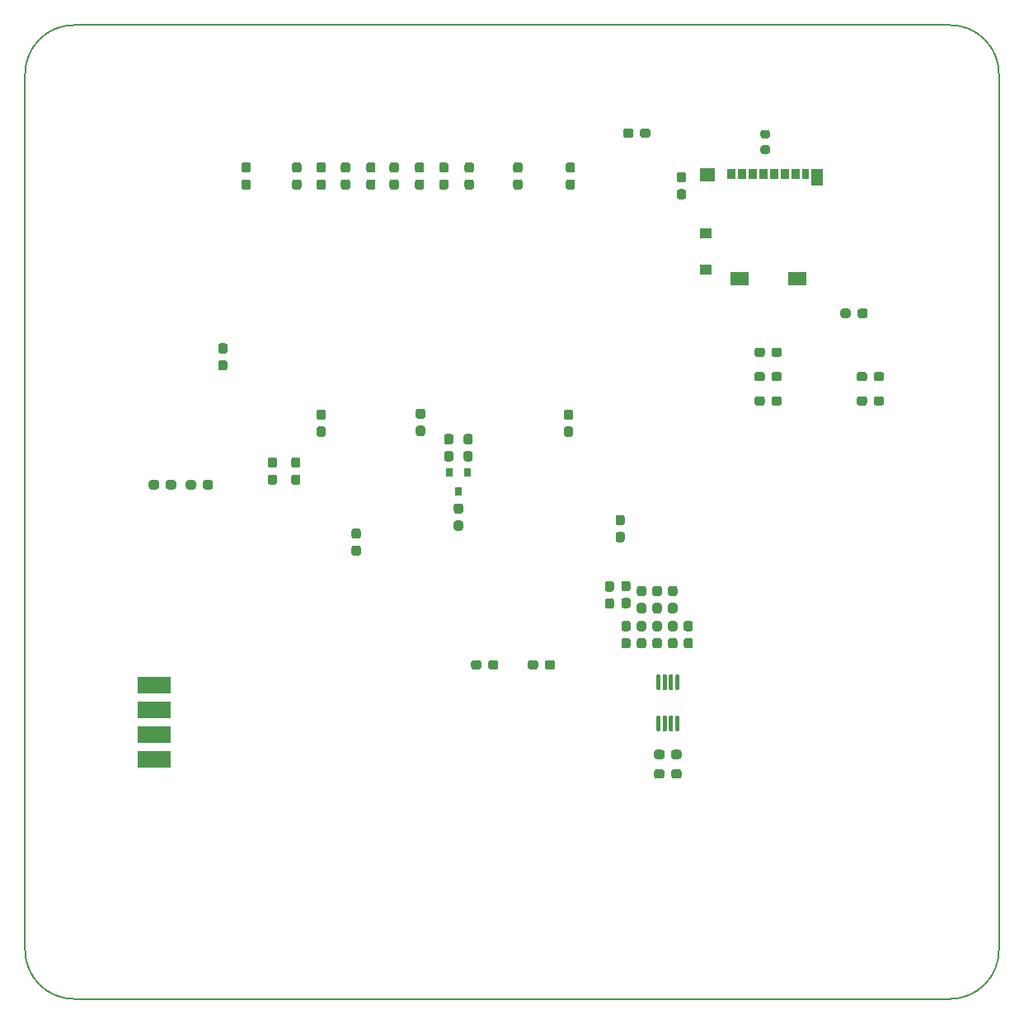
<source format=gbr>
%TF.GenerationSoftware,KiCad,Pcbnew,(5.1.6)-1*%
%TF.CreationDate,2021-03-02T23:33:04+01:00*%
%TF.ProjectId,03_La_Boite_A_Meuh,30335f4c-615f-4426-9f69-74655f415f4d,rev?*%
%TF.SameCoordinates,Original*%
%TF.FileFunction,Paste,Top*%
%TF.FilePolarity,Positive*%
%FSLAX46Y46*%
G04 Gerber Fmt 4.6, Leading zero omitted, Abs format (unit mm)*
G04 Created by KiCad (PCBNEW (5.1.6)-1) date 2021-03-02 23:33:04*
%MOMM*%
%LPD*%
G01*
G04 APERTURE LIST*
%TA.AperFunction,Profile*%
%ADD10C,0.150000*%
%TD*%
%ADD11R,0.800000X0.900000*%
%ADD12R,0.850000X1.100000*%
%ADD13R,0.750000X1.100000*%
%ADD14R,1.170000X1.800000*%
%ADD15R,1.550000X1.350000*%
%ADD16R,1.200000X1.000000*%
%ADD17R,1.900000X1.350000*%
%ADD18R,3.500000X1.700000*%
G04 APERTURE END LIST*
D10*
X180000000Y-55000000D02*
X195000000Y-55000000D01*
X157000000Y-55000000D02*
X180000000Y-55000000D01*
X195000000Y-55000000D02*
G75*
G02*
X200000000Y-60000000I0J-5000000D01*
G01*
X200000000Y-150000000D02*
G75*
G02*
X195000000Y-155000000I-5000000J0D01*
G01*
X105000000Y-155000000D02*
G75*
G02*
X100000000Y-150000000I0J5000000D01*
G01*
X100000000Y-60000000D02*
G75*
G02*
X105000000Y-55000000I5000000J0D01*
G01*
X100000000Y-150000000D02*
X100000000Y-60000000D01*
X195000000Y-155000000D02*
X105000000Y-155000000D01*
X200000000Y-60000000D02*
X200000000Y-150000000D01*
X105000000Y-55000000D02*
X157000000Y-55000000D01*
%TO.C,R15*%
G36*
G01*
X117550000Y-101962500D02*
X117550000Y-102437500D01*
G75*
G02*
X117312500Y-102675000I-237500J0D01*
G01*
X116737500Y-102675000D01*
G75*
G02*
X116500000Y-102437500I0J237500D01*
G01*
X116500000Y-101962500D01*
G75*
G02*
X116737500Y-101725000I237500J0D01*
G01*
X117312500Y-101725000D01*
G75*
G02*
X117550000Y-101962500I0J-237500D01*
G01*
G37*
G36*
G01*
X119300000Y-101962500D02*
X119300000Y-102437500D01*
G75*
G02*
X119062500Y-102675000I-237500J0D01*
G01*
X118487500Y-102675000D01*
G75*
G02*
X118250000Y-102437500I0J237500D01*
G01*
X118250000Y-101962500D01*
G75*
G02*
X118487500Y-101725000I237500J0D01*
G01*
X119062500Y-101725000D01*
G75*
G02*
X119300000Y-101962500I0J-237500D01*
G01*
G37*
%TD*%
D11*
%TO.C,Q1*%
X144500000Y-102900000D03*
X143550000Y-100900000D03*
X145450000Y-100900000D03*
%TD*%
%TO.C,C1*%
G36*
G01*
X165650000Y-129662500D02*
X165650000Y-130137500D01*
G75*
G02*
X165412500Y-130375000I-237500J0D01*
G01*
X164837500Y-130375000D01*
G75*
G02*
X164600000Y-130137500I0J237500D01*
G01*
X164600000Y-129662500D01*
G75*
G02*
X164837500Y-129425000I237500J0D01*
G01*
X165412500Y-129425000D01*
G75*
G02*
X165650000Y-129662500I0J-237500D01*
G01*
G37*
G36*
G01*
X167400000Y-129662500D02*
X167400000Y-130137500D01*
G75*
G02*
X167162500Y-130375000I-237500J0D01*
G01*
X166587500Y-130375000D01*
G75*
G02*
X166350000Y-130137500I0J237500D01*
G01*
X166350000Y-129662500D01*
G75*
G02*
X166587500Y-129425000I237500J0D01*
G01*
X167162500Y-129425000D01*
G75*
G02*
X167400000Y-129662500I0J-237500D01*
G01*
G37*
%TD*%
%TO.C,C2*%
G36*
G01*
X165650000Y-131662500D02*
X165650000Y-132137500D01*
G75*
G02*
X165412500Y-132375000I-237500J0D01*
G01*
X164837500Y-132375000D01*
G75*
G02*
X164600000Y-132137500I0J237500D01*
G01*
X164600000Y-131662500D01*
G75*
G02*
X164837500Y-131425000I237500J0D01*
G01*
X165412500Y-131425000D01*
G75*
G02*
X165650000Y-131662500I0J-237500D01*
G01*
G37*
G36*
G01*
X167400000Y-131662500D02*
X167400000Y-132137500D01*
G75*
G02*
X167162500Y-132375000I-237500J0D01*
G01*
X166587500Y-132375000D01*
G75*
G02*
X166350000Y-132137500I0J237500D01*
G01*
X166350000Y-131662500D01*
G75*
G02*
X166587500Y-131425000I237500J0D01*
G01*
X167162500Y-131425000D01*
G75*
G02*
X167400000Y-131662500I0J-237500D01*
G01*
G37*
%TD*%
%TO.C,C3*%
G36*
G01*
X166737500Y-113650000D02*
X166262500Y-113650000D01*
G75*
G02*
X166025000Y-113412500I0J237500D01*
G01*
X166025000Y-112837500D01*
G75*
G02*
X166262500Y-112600000I237500J0D01*
G01*
X166737500Y-112600000D01*
G75*
G02*
X166975000Y-112837500I0J-237500D01*
G01*
X166975000Y-113412500D01*
G75*
G02*
X166737500Y-113650000I-237500J0D01*
G01*
G37*
G36*
G01*
X166737500Y-115400000D02*
X166262500Y-115400000D01*
G75*
G02*
X166025000Y-115162500I0J237500D01*
G01*
X166025000Y-114587500D01*
G75*
G02*
X166262500Y-114350000I237500J0D01*
G01*
X166737500Y-114350000D01*
G75*
G02*
X166975000Y-114587500I0J-237500D01*
G01*
X166975000Y-115162500D01*
G75*
G02*
X166737500Y-115400000I-237500J0D01*
G01*
G37*
%TD*%
%TO.C,C4*%
G36*
G01*
X165137500Y-113650000D02*
X164662500Y-113650000D01*
G75*
G02*
X164425000Y-113412500I0J237500D01*
G01*
X164425000Y-112837500D01*
G75*
G02*
X164662500Y-112600000I237500J0D01*
G01*
X165137500Y-112600000D01*
G75*
G02*
X165375000Y-112837500I0J-237500D01*
G01*
X165375000Y-113412500D01*
G75*
G02*
X165137500Y-113650000I-237500J0D01*
G01*
G37*
G36*
G01*
X165137500Y-115400000D02*
X164662500Y-115400000D01*
G75*
G02*
X164425000Y-115162500I0J237500D01*
G01*
X164425000Y-114587500D01*
G75*
G02*
X164662500Y-114350000I237500J0D01*
G01*
X165137500Y-114350000D01*
G75*
G02*
X165375000Y-114587500I0J-237500D01*
G01*
X165375000Y-115162500D01*
G75*
G02*
X165137500Y-115400000I-237500J0D01*
G01*
G37*
%TD*%
%TO.C,C5*%
G36*
G01*
X163537500Y-113650000D02*
X163062500Y-113650000D01*
G75*
G02*
X162825000Y-113412500I0J237500D01*
G01*
X162825000Y-112837500D01*
G75*
G02*
X163062500Y-112600000I237500J0D01*
G01*
X163537500Y-112600000D01*
G75*
G02*
X163775000Y-112837500I0J-237500D01*
G01*
X163775000Y-113412500D01*
G75*
G02*
X163537500Y-113650000I-237500J0D01*
G01*
G37*
G36*
G01*
X163537500Y-115400000D02*
X163062500Y-115400000D01*
G75*
G02*
X162825000Y-115162500I0J237500D01*
G01*
X162825000Y-114587500D01*
G75*
G02*
X163062500Y-114350000I237500J0D01*
G01*
X163537500Y-114350000D01*
G75*
G02*
X163775000Y-114587500I0J-237500D01*
G01*
X163775000Y-115162500D01*
G75*
G02*
X163537500Y-115400000I-237500J0D01*
G01*
G37*
%TD*%
%TO.C,C6*%
G36*
G01*
X161937500Y-113125000D02*
X161462500Y-113125000D01*
G75*
G02*
X161225000Y-112887500I0J237500D01*
G01*
X161225000Y-112312500D01*
G75*
G02*
X161462500Y-112075000I237500J0D01*
G01*
X161937500Y-112075000D01*
G75*
G02*
X162175000Y-112312500I0J-237500D01*
G01*
X162175000Y-112887500D01*
G75*
G02*
X161937500Y-113125000I-237500J0D01*
G01*
G37*
G36*
G01*
X161937500Y-114875000D02*
X161462500Y-114875000D01*
G75*
G02*
X161225000Y-114637500I0J237500D01*
G01*
X161225000Y-114062500D01*
G75*
G02*
X161462500Y-113825000I237500J0D01*
G01*
X161937500Y-113825000D01*
G75*
G02*
X162175000Y-114062500I0J-237500D01*
G01*
X162175000Y-114637500D01*
G75*
G02*
X161937500Y-114875000I-237500J0D01*
G01*
G37*
%TD*%
%TO.C,R1*%
G36*
G01*
X166737500Y-117250000D02*
X166262500Y-117250000D01*
G75*
G02*
X166025000Y-117012500I0J237500D01*
G01*
X166025000Y-116437500D01*
G75*
G02*
X166262500Y-116200000I237500J0D01*
G01*
X166737500Y-116200000D01*
G75*
G02*
X166975000Y-116437500I0J-237500D01*
G01*
X166975000Y-117012500D01*
G75*
G02*
X166737500Y-117250000I-237500J0D01*
G01*
G37*
G36*
G01*
X166737500Y-119000000D02*
X166262500Y-119000000D01*
G75*
G02*
X166025000Y-118762500I0J237500D01*
G01*
X166025000Y-118187500D01*
G75*
G02*
X166262500Y-117950000I237500J0D01*
G01*
X166737500Y-117950000D01*
G75*
G02*
X166975000Y-118187500I0J-237500D01*
G01*
X166975000Y-118762500D01*
G75*
G02*
X166737500Y-119000000I-237500J0D01*
G01*
G37*
%TD*%
%TO.C,R2*%
G36*
G01*
X165137500Y-117250000D02*
X164662500Y-117250000D01*
G75*
G02*
X164425000Y-117012500I0J237500D01*
G01*
X164425000Y-116437500D01*
G75*
G02*
X164662500Y-116200000I237500J0D01*
G01*
X165137500Y-116200000D01*
G75*
G02*
X165375000Y-116437500I0J-237500D01*
G01*
X165375000Y-117012500D01*
G75*
G02*
X165137500Y-117250000I-237500J0D01*
G01*
G37*
G36*
G01*
X165137500Y-119000000D02*
X164662500Y-119000000D01*
G75*
G02*
X164425000Y-118762500I0J237500D01*
G01*
X164425000Y-118187500D01*
G75*
G02*
X164662500Y-117950000I237500J0D01*
G01*
X165137500Y-117950000D01*
G75*
G02*
X165375000Y-118187500I0J-237500D01*
G01*
X165375000Y-118762500D01*
G75*
G02*
X165137500Y-119000000I-237500J0D01*
G01*
G37*
%TD*%
%TO.C,R4*%
G36*
G01*
X163537500Y-117250000D02*
X163062500Y-117250000D01*
G75*
G02*
X162825000Y-117012500I0J237500D01*
G01*
X162825000Y-116437500D01*
G75*
G02*
X163062500Y-116200000I237500J0D01*
G01*
X163537500Y-116200000D01*
G75*
G02*
X163775000Y-116437500I0J-237500D01*
G01*
X163775000Y-117012500D01*
G75*
G02*
X163537500Y-117250000I-237500J0D01*
G01*
G37*
G36*
G01*
X163537500Y-119000000D02*
X163062500Y-119000000D01*
G75*
G02*
X162825000Y-118762500I0J237500D01*
G01*
X162825000Y-118187500D01*
G75*
G02*
X163062500Y-117950000I237500J0D01*
G01*
X163537500Y-117950000D01*
G75*
G02*
X163775000Y-118187500I0J-237500D01*
G01*
X163775000Y-118762500D01*
G75*
G02*
X163537500Y-119000000I-237500J0D01*
G01*
G37*
%TD*%
%TO.C,R5*%
G36*
G01*
X167862500Y-117950000D02*
X168337500Y-117950000D01*
G75*
G02*
X168575000Y-118187500I0J-237500D01*
G01*
X168575000Y-118762500D01*
G75*
G02*
X168337500Y-119000000I-237500J0D01*
G01*
X167862500Y-119000000D01*
G75*
G02*
X167625000Y-118762500I0J237500D01*
G01*
X167625000Y-118187500D01*
G75*
G02*
X167862500Y-117950000I237500J0D01*
G01*
G37*
G36*
G01*
X167862500Y-116200000D02*
X168337500Y-116200000D01*
G75*
G02*
X168575000Y-116437500I0J-237500D01*
G01*
X168575000Y-117012500D01*
G75*
G02*
X168337500Y-117250000I-237500J0D01*
G01*
X167862500Y-117250000D01*
G75*
G02*
X167625000Y-117012500I0J237500D01*
G01*
X167625000Y-116437500D01*
G75*
G02*
X167862500Y-116200000I237500J0D01*
G01*
G37*
%TD*%
%TO.C,R6*%
G36*
G01*
X161937500Y-117250000D02*
X161462500Y-117250000D01*
G75*
G02*
X161225000Y-117012500I0J237500D01*
G01*
X161225000Y-116437500D01*
G75*
G02*
X161462500Y-116200000I237500J0D01*
G01*
X161937500Y-116200000D01*
G75*
G02*
X162175000Y-116437500I0J-237500D01*
G01*
X162175000Y-117012500D01*
G75*
G02*
X161937500Y-117250000I-237500J0D01*
G01*
G37*
G36*
G01*
X161937500Y-119000000D02*
X161462500Y-119000000D01*
G75*
G02*
X161225000Y-118762500I0J237500D01*
G01*
X161225000Y-118187500D01*
G75*
G02*
X161462500Y-117950000I237500J0D01*
G01*
X161937500Y-117950000D01*
G75*
G02*
X162175000Y-118187500I0J-237500D01*
G01*
X162175000Y-118762500D01*
G75*
G02*
X161937500Y-119000000I-237500J0D01*
G01*
G37*
%TD*%
%TO.C,R7*%
G36*
G01*
X155762500Y-70850000D02*
X156237500Y-70850000D01*
G75*
G02*
X156475000Y-71087500I0J-237500D01*
G01*
X156475000Y-71662500D01*
G75*
G02*
X156237500Y-71900000I-237500J0D01*
G01*
X155762500Y-71900000D01*
G75*
G02*
X155525000Y-71662500I0J237500D01*
G01*
X155525000Y-71087500D01*
G75*
G02*
X155762500Y-70850000I237500J0D01*
G01*
G37*
G36*
G01*
X155762500Y-69100000D02*
X156237500Y-69100000D01*
G75*
G02*
X156475000Y-69337500I0J-237500D01*
G01*
X156475000Y-69912500D01*
G75*
G02*
X156237500Y-70150000I-237500J0D01*
G01*
X155762500Y-70150000D01*
G75*
G02*
X155525000Y-69912500I0J237500D01*
G01*
X155525000Y-69337500D01*
G75*
G02*
X155762500Y-69100000I237500J0D01*
G01*
G37*
%TD*%
%TO.C,R8*%
G36*
G01*
X146850000Y-120462500D02*
X146850000Y-120937500D01*
G75*
G02*
X146612500Y-121175000I-237500J0D01*
G01*
X146037500Y-121175000D01*
G75*
G02*
X145800000Y-120937500I0J237500D01*
G01*
X145800000Y-120462500D01*
G75*
G02*
X146037500Y-120225000I237500J0D01*
G01*
X146612500Y-120225000D01*
G75*
G02*
X146850000Y-120462500I0J-237500D01*
G01*
G37*
G36*
G01*
X148600000Y-120462500D02*
X148600000Y-120937500D01*
G75*
G02*
X148362500Y-121175000I-237500J0D01*
G01*
X147787500Y-121175000D01*
G75*
G02*
X147550000Y-120937500I0J237500D01*
G01*
X147550000Y-120462500D01*
G75*
G02*
X147787500Y-120225000I237500J0D01*
G01*
X148362500Y-120225000D01*
G75*
G02*
X148600000Y-120462500I0J-237500D01*
G01*
G37*
%TD*%
%TO.C,R9*%
G36*
G01*
X153375000Y-120937500D02*
X153375000Y-120462500D01*
G75*
G02*
X153612500Y-120225000I237500J0D01*
G01*
X154187500Y-120225000D01*
G75*
G02*
X154425000Y-120462500I0J-237500D01*
G01*
X154425000Y-120937500D01*
G75*
G02*
X154187500Y-121175000I-237500J0D01*
G01*
X153612500Y-121175000D01*
G75*
G02*
X153375000Y-120937500I0J237500D01*
G01*
G37*
G36*
G01*
X151625000Y-120937500D02*
X151625000Y-120462500D01*
G75*
G02*
X151862500Y-120225000I237500J0D01*
G01*
X152437500Y-120225000D01*
G75*
G02*
X152675000Y-120462500I0J-237500D01*
G01*
X152675000Y-120937500D01*
G75*
G02*
X152437500Y-121175000I-237500J0D01*
G01*
X151862500Y-121175000D01*
G75*
G02*
X151625000Y-120937500I0J237500D01*
G01*
G37*
%TD*%
%TO.C,R12*%
G36*
G01*
X134237500Y-107750000D02*
X133762500Y-107750000D01*
G75*
G02*
X133525000Y-107512500I0J237500D01*
G01*
X133525000Y-106937500D01*
G75*
G02*
X133762500Y-106700000I237500J0D01*
G01*
X134237500Y-106700000D01*
G75*
G02*
X134475000Y-106937500I0J-237500D01*
G01*
X134475000Y-107512500D01*
G75*
G02*
X134237500Y-107750000I-237500J0D01*
G01*
G37*
G36*
G01*
X134237500Y-109500000D02*
X133762500Y-109500000D01*
G75*
G02*
X133525000Y-109262500I0J237500D01*
G01*
X133525000Y-108687500D01*
G75*
G02*
X133762500Y-108450000I237500J0D01*
G01*
X134237500Y-108450000D01*
G75*
G02*
X134475000Y-108687500I0J-237500D01*
G01*
X134475000Y-109262500D01*
G75*
G02*
X134237500Y-109500000I-237500J0D01*
G01*
G37*
%TD*%
%TO.C,R13*%
G36*
G01*
X125637500Y-100450000D02*
X125162500Y-100450000D01*
G75*
G02*
X124925000Y-100212500I0J237500D01*
G01*
X124925000Y-99637500D01*
G75*
G02*
X125162500Y-99400000I237500J0D01*
G01*
X125637500Y-99400000D01*
G75*
G02*
X125875000Y-99637500I0J-237500D01*
G01*
X125875000Y-100212500D01*
G75*
G02*
X125637500Y-100450000I-237500J0D01*
G01*
G37*
G36*
G01*
X125637500Y-102200000D02*
X125162500Y-102200000D01*
G75*
G02*
X124925000Y-101962500I0J237500D01*
G01*
X124925000Y-101387500D01*
G75*
G02*
X125162500Y-101150000I237500J0D01*
G01*
X125637500Y-101150000D01*
G75*
G02*
X125875000Y-101387500I0J-237500D01*
G01*
X125875000Y-101962500D01*
G75*
G02*
X125637500Y-102200000I-237500J0D01*
G01*
G37*
%TD*%
%TO.C,R14*%
G36*
G01*
X113750000Y-101962500D02*
X113750000Y-102437500D01*
G75*
G02*
X113512500Y-102675000I-237500J0D01*
G01*
X112937500Y-102675000D01*
G75*
G02*
X112700000Y-102437500I0J237500D01*
G01*
X112700000Y-101962500D01*
G75*
G02*
X112937500Y-101725000I237500J0D01*
G01*
X113512500Y-101725000D01*
G75*
G02*
X113750000Y-101962500I0J-237500D01*
G01*
G37*
G36*
G01*
X115500000Y-101962500D02*
X115500000Y-102437500D01*
G75*
G02*
X115262500Y-102675000I-237500J0D01*
G01*
X114687500Y-102675000D01*
G75*
G02*
X114450000Y-102437500I0J237500D01*
G01*
X114450000Y-101962500D01*
G75*
G02*
X114687500Y-101725000I237500J0D01*
G01*
X115262500Y-101725000D01*
G75*
G02*
X115500000Y-101962500I0J-237500D01*
G01*
G37*
%TD*%
%TO.C,R16*%
G36*
G01*
X144262500Y-105875000D02*
X144737500Y-105875000D01*
G75*
G02*
X144975000Y-106112500I0J-237500D01*
G01*
X144975000Y-106687500D01*
G75*
G02*
X144737500Y-106925000I-237500J0D01*
G01*
X144262500Y-106925000D01*
G75*
G02*
X144025000Y-106687500I0J237500D01*
G01*
X144025000Y-106112500D01*
G75*
G02*
X144262500Y-105875000I237500J0D01*
G01*
G37*
G36*
G01*
X144262500Y-104125000D02*
X144737500Y-104125000D01*
G75*
G02*
X144975000Y-104362500I0J-237500D01*
G01*
X144975000Y-104937500D01*
G75*
G02*
X144737500Y-105175000I-237500J0D01*
G01*
X144262500Y-105175000D01*
G75*
G02*
X144025000Y-104937500I0J237500D01*
G01*
X144025000Y-104362500D01*
G75*
G02*
X144262500Y-104125000I237500J0D01*
G01*
G37*
%TD*%
%TO.C,R17*%
G36*
G01*
X145262500Y-98750000D02*
X145737500Y-98750000D01*
G75*
G02*
X145975000Y-98987500I0J-237500D01*
G01*
X145975000Y-99562500D01*
G75*
G02*
X145737500Y-99800000I-237500J0D01*
G01*
X145262500Y-99800000D01*
G75*
G02*
X145025000Y-99562500I0J237500D01*
G01*
X145025000Y-98987500D01*
G75*
G02*
X145262500Y-98750000I237500J0D01*
G01*
G37*
G36*
G01*
X145262500Y-97000000D02*
X145737500Y-97000000D01*
G75*
G02*
X145975000Y-97237500I0J-237500D01*
G01*
X145975000Y-97812500D01*
G75*
G02*
X145737500Y-98050000I-237500J0D01*
G01*
X145262500Y-98050000D01*
G75*
G02*
X145025000Y-97812500I0J237500D01*
G01*
X145025000Y-97237500D01*
G75*
G02*
X145262500Y-97000000I237500J0D01*
G01*
G37*
%TD*%
%TO.C,R18*%
G36*
G01*
X143737500Y-98050000D02*
X143262500Y-98050000D01*
G75*
G02*
X143025000Y-97812500I0J237500D01*
G01*
X143025000Y-97237500D01*
G75*
G02*
X143262500Y-97000000I237500J0D01*
G01*
X143737500Y-97000000D01*
G75*
G02*
X143975000Y-97237500I0J-237500D01*
G01*
X143975000Y-97812500D01*
G75*
G02*
X143737500Y-98050000I-237500J0D01*
G01*
G37*
G36*
G01*
X143737500Y-99800000D02*
X143262500Y-99800000D01*
G75*
G02*
X143025000Y-99562500I0J237500D01*
G01*
X143025000Y-98987500D01*
G75*
G02*
X143262500Y-98750000I237500J0D01*
G01*
X143737500Y-98750000D01*
G75*
G02*
X143975000Y-98987500I0J-237500D01*
G01*
X143975000Y-99562500D01*
G75*
G02*
X143737500Y-99800000I-237500J0D01*
G01*
G37*
%TD*%
%TO.C,U3*%
G36*
G01*
X166875000Y-125900000D02*
X167075000Y-125900000D01*
G75*
G02*
X167175000Y-126000000I0J-100000D01*
G01*
X167175000Y-127425000D01*
G75*
G02*
X167075000Y-127525000I-100000J0D01*
G01*
X166875000Y-127525000D01*
G75*
G02*
X166775000Y-127425000I0J100000D01*
G01*
X166775000Y-126000000D01*
G75*
G02*
X166875000Y-125900000I100000J0D01*
G01*
G37*
G36*
G01*
X166225000Y-125900000D02*
X166425000Y-125900000D01*
G75*
G02*
X166525000Y-126000000I0J-100000D01*
G01*
X166525000Y-127425000D01*
G75*
G02*
X166425000Y-127525000I-100000J0D01*
G01*
X166225000Y-127525000D01*
G75*
G02*
X166125000Y-127425000I0J100000D01*
G01*
X166125000Y-126000000D01*
G75*
G02*
X166225000Y-125900000I100000J0D01*
G01*
G37*
G36*
G01*
X165575000Y-125900000D02*
X165775000Y-125900000D01*
G75*
G02*
X165875000Y-126000000I0J-100000D01*
G01*
X165875000Y-127425000D01*
G75*
G02*
X165775000Y-127525000I-100000J0D01*
G01*
X165575000Y-127525000D01*
G75*
G02*
X165475000Y-127425000I0J100000D01*
G01*
X165475000Y-126000000D01*
G75*
G02*
X165575000Y-125900000I100000J0D01*
G01*
G37*
G36*
G01*
X164925000Y-125900000D02*
X165125000Y-125900000D01*
G75*
G02*
X165225000Y-126000000I0J-100000D01*
G01*
X165225000Y-127425000D01*
G75*
G02*
X165125000Y-127525000I-100000J0D01*
G01*
X164925000Y-127525000D01*
G75*
G02*
X164825000Y-127425000I0J100000D01*
G01*
X164825000Y-126000000D01*
G75*
G02*
X164925000Y-125900000I100000J0D01*
G01*
G37*
G36*
G01*
X164925000Y-121675000D02*
X165125000Y-121675000D01*
G75*
G02*
X165225000Y-121775000I0J-100000D01*
G01*
X165225000Y-123200000D01*
G75*
G02*
X165125000Y-123300000I-100000J0D01*
G01*
X164925000Y-123300000D01*
G75*
G02*
X164825000Y-123200000I0J100000D01*
G01*
X164825000Y-121775000D01*
G75*
G02*
X164925000Y-121675000I100000J0D01*
G01*
G37*
G36*
G01*
X165575000Y-121675000D02*
X165775000Y-121675000D01*
G75*
G02*
X165875000Y-121775000I0J-100000D01*
G01*
X165875000Y-123200000D01*
G75*
G02*
X165775000Y-123300000I-100000J0D01*
G01*
X165575000Y-123300000D01*
G75*
G02*
X165475000Y-123200000I0J100000D01*
G01*
X165475000Y-121775000D01*
G75*
G02*
X165575000Y-121675000I100000J0D01*
G01*
G37*
G36*
G01*
X166225000Y-121675000D02*
X166425000Y-121675000D01*
G75*
G02*
X166525000Y-121775000I0J-100000D01*
G01*
X166525000Y-123200000D01*
G75*
G02*
X166425000Y-123300000I-100000J0D01*
G01*
X166225000Y-123300000D01*
G75*
G02*
X166125000Y-123200000I0J100000D01*
G01*
X166125000Y-121775000D01*
G75*
G02*
X166225000Y-121675000I100000J0D01*
G01*
G37*
G36*
G01*
X166875000Y-121675000D02*
X167075000Y-121675000D01*
G75*
G02*
X167175000Y-121775000I0J-100000D01*
G01*
X167175000Y-123200000D01*
G75*
G02*
X167075000Y-123300000I-100000J0D01*
G01*
X166875000Y-123300000D01*
G75*
G02*
X166775000Y-123200000I0J100000D01*
G01*
X166775000Y-121775000D01*
G75*
G02*
X166875000Y-121675000I100000J0D01*
G01*
G37*
%TD*%
%TO.C,C7*%
G36*
G01*
X176256250Y-66650000D02*
X175743750Y-66650000D01*
G75*
G02*
X175525000Y-66431250I0J218750D01*
G01*
X175525000Y-65993750D01*
G75*
G02*
X175743750Y-65775000I218750J0D01*
G01*
X176256250Y-65775000D01*
G75*
G02*
X176475000Y-65993750I0J-218750D01*
G01*
X176475000Y-66431250D01*
G75*
G02*
X176256250Y-66650000I-218750J0D01*
G01*
G37*
G36*
G01*
X176256250Y-68225000D02*
X175743750Y-68225000D01*
G75*
G02*
X175525000Y-68006250I0J218750D01*
G01*
X175525000Y-67568750D01*
G75*
G02*
X175743750Y-67350000I218750J0D01*
G01*
X176256250Y-67350000D01*
G75*
G02*
X176475000Y-67568750I0J-218750D01*
G01*
X176475000Y-68006250D01*
G75*
G02*
X176256250Y-68225000I-218750J0D01*
G01*
G37*
%TD*%
%TO.C,R3*%
G36*
G01*
X161337500Y-106350000D02*
X160862500Y-106350000D01*
G75*
G02*
X160625000Y-106112500I0J237500D01*
G01*
X160625000Y-105537500D01*
G75*
G02*
X160862500Y-105300000I237500J0D01*
G01*
X161337500Y-105300000D01*
G75*
G02*
X161575000Y-105537500I0J-237500D01*
G01*
X161575000Y-106112500D01*
G75*
G02*
X161337500Y-106350000I-237500J0D01*
G01*
G37*
G36*
G01*
X161337500Y-108100000D02*
X160862500Y-108100000D01*
G75*
G02*
X160625000Y-107862500I0J237500D01*
G01*
X160625000Y-107287500D01*
G75*
G02*
X160862500Y-107050000I237500J0D01*
G01*
X161337500Y-107050000D01*
G75*
G02*
X161575000Y-107287500I0J-237500D01*
G01*
X161575000Y-107862500D01*
G75*
G02*
X161337500Y-108100000I-237500J0D01*
G01*
G37*
%TD*%
%TO.C,R10*%
G36*
G01*
X160237500Y-113175000D02*
X159762500Y-113175000D01*
G75*
G02*
X159525000Y-112937500I0J237500D01*
G01*
X159525000Y-112362500D01*
G75*
G02*
X159762500Y-112125000I237500J0D01*
G01*
X160237500Y-112125000D01*
G75*
G02*
X160475000Y-112362500I0J-237500D01*
G01*
X160475000Y-112937500D01*
G75*
G02*
X160237500Y-113175000I-237500J0D01*
G01*
G37*
G36*
G01*
X160237500Y-114925000D02*
X159762500Y-114925000D01*
G75*
G02*
X159525000Y-114687500I0J237500D01*
G01*
X159525000Y-114112500D01*
G75*
G02*
X159762500Y-113875000I237500J0D01*
G01*
X160237500Y-113875000D01*
G75*
G02*
X160475000Y-114112500I0J-237500D01*
G01*
X160475000Y-114687500D01*
G75*
G02*
X160237500Y-114925000I-237500J0D01*
G01*
G37*
%TD*%
%TO.C,R11*%
G36*
G01*
X162450000Y-65862500D02*
X162450000Y-66337500D01*
G75*
G02*
X162212500Y-66575000I-237500J0D01*
G01*
X161637500Y-66575000D01*
G75*
G02*
X161400000Y-66337500I0J237500D01*
G01*
X161400000Y-65862500D01*
G75*
G02*
X161637500Y-65625000I237500J0D01*
G01*
X162212500Y-65625000D01*
G75*
G02*
X162450000Y-65862500I0J-237500D01*
G01*
G37*
G36*
G01*
X164200000Y-65862500D02*
X164200000Y-66337500D01*
G75*
G02*
X163962500Y-66575000I-237500J0D01*
G01*
X163387500Y-66575000D01*
G75*
G02*
X163150000Y-66337500I0J237500D01*
G01*
X163150000Y-65862500D01*
G75*
G02*
X163387500Y-65625000I237500J0D01*
G01*
X163962500Y-65625000D01*
G75*
G02*
X164200000Y-65862500I0J-237500D01*
G01*
G37*
%TD*%
%TO.C,R19*%
G36*
G01*
X167637500Y-71150000D02*
X167162500Y-71150000D01*
G75*
G02*
X166925000Y-70912500I0J237500D01*
G01*
X166925000Y-70337500D01*
G75*
G02*
X167162500Y-70100000I237500J0D01*
G01*
X167637500Y-70100000D01*
G75*
G02*
X167875000Y-70337500I0J-237500D01*
G01*
X167875000Y-70912500D01*
G75*
G02*
X167637500Y-71150000I-237500J0D01*
G01*
G37*
G36*
G01*
X167637500Y-72900000D02*
X167162500Y-72900000D01*
G75*
G02*
X166925000Y-72662500I0J237500D01*
G01*
X166925000Y-72087500D01*
G75*
G02*
X167162500Y-71850000I237500J0D01*
G01*
X167637500Y-71850000D01*
G75*
G02*
X167875000Y-72087500I0J-237500D01*
G01*
X167875000Y-72662500D01*
G75*
G02*
X167637500Y-72900000I-237500J0D01*
G01*
G37*
%TD*%
%TO.C,R22*%
G36*
G01*
X156037500Y-95525000D02*
X155562500Y-95525000D01*
G75*
G02*
X155325000Y-95287500I0J237500D01*
G01*
X155325000Y-94712500D01*
G75*
G02*
X155562500Y-94475000I237500J0D01*
G01*
X156037500Y-94475000D01*
G75*
G02*
X156275000Y-94712500I0J-237500D01*
G01*
X156275000Y-95287500D01*
G75*
G02*
X156037500Y-95525000I-237500J0D01*
G01*
G37*
G36*
G01*
X156037500Y-97275000D02*
X155562500Y-97275000D01*
G75*
G02*
X155325000Y-97037500I0J237500D01*
G01*
X155325000Y-96462500D01*
G75*
G02*
X155562500Y-96225000I237500J0D01*
G01*
X156037500Y-96225000D01*
G75*
G02*
X156275000Y-96462500I0J-237500D01*
G01*
X156275000Y-97037500D01*
G75*
G02*
X156037500Y-97275000I-237500J0D01*
G01*
G37*
%TD*%
%TO.C,R23*%
G36*
G01*
X150362500Y-70850000D02*
X150837500Y-70850000D01*
G75*
G02*
X151075000Y-71087500I0J-237500D01*
G01*
X151075000Y-71662500D01*
G75*
G02*
X150837500Y-71900000I-237500J0D01*
G01*
X150362500Y-71900000D01*
G75*
G02*
X150125000Y-71662500I0J237500D01*
G01*
X150125000Y-71087500D01*
G75*
G02*
X150362500Y-70850000I237500J0D01*
G01*
G37*
G36*
G01*
X150362500Y-69100000D02*
X150837500Y-69100000D01*
G75*
G02*
X151075000Y-69337500I0J-237500D01*
G01*
X151075000Y-69912500D01*
G75*
G02*
X150837500Y-70150000I-237500J0D01*
G01*
X150362500Y-70150000D01*
G75*
G02*
X150125000Y-69912500I0J237500D01*
G01*
X150125000Y-69337500D01*
G75*
G02*
X150362500Y-69100000I237500J0D01*
G01*
G37*
%TD*%
%TO.C,R24*%
G36*
G01*
X128037500Y-100450000D02*
X127562500Y-100450000D01*
G75*
G02*
X127325000Y-100212500I0J237500D01*
G01*
X127325000Y-99637500D01*
G75*
G02*
X127562500Y-99400000I237500J0D01*
G01*
X128037500Y-99400000D01*
G75*
G02*
X128275000Y-99637500I0J-237500D01*
G01*
X128275000Y-100212500D01*
G75*
G02*
X128037500Y-100450000I-237500J0D01*
G01*
G37*
G36*
G01*
X128037500Y-102200000D02*
X127562500Y-102200000D01*
G75*
G02*
X127325000Y-101962500I0J237500D01*
G01*
X127325000Y-101387500D01*
G75*
G02*
X127562500Y-101150000I237500J0D01*
G01*
X128037500Y-101150000D01*
G75*
G02*
X128275000Y-101387500I0J-237500D01*
G01*
X128275000Y-101962500D01*
G75*
G02*
X128037500Y-102200000I-237500J0D01*
G01*
G37*
%TD*%
%TO.C,R25*%
G36*
G01*
X145362500Y-70850000D02*
X145837500Y-70850000D01*
G75*
G02*
X146075000Y-71087500I0J-237500D01*
G01*
X146075000Y-71662500D01*
G75*
G02*
X145837500Y-71900000I-237500J0D01*
G01*
X145362500Y-71900000D01*
G75*
G02*
X145125000Y-71662500I0J237500D01*
G01*
X145125000Y-71087500D01*
G75*
G02*
X145362500Y-70850000I237500J0D01*
G01*
G37*
G36*
G01*
X145362500Y-69100000D02*
X145837500Y-69100000D01*
G75*
G02*
X146075000Y-69337500I0J-237500D01*
G01*
X146075000Y-69912500D01*
G75*
G02*
X145837500Y-70150000I-237500J0D01*
G01*
X145362500Y-70150000D01*
G75*
G02*
X145125000Y-69912500I0J237500D01*
G01*
X145125000Y-69337500D01*
G75*
G02*
X145362500Y-69100000I237500J0D01*
G01*
G37*
%TD*%
%TO.C,R26*%
G36*
G01*
X142762500Y-70850000D02*
X143237500Y-70850000D01*
G75*
G02*
X143475000Y-71087500I0J-237500D01*
G01*
X143475000Y-71662500D01*
G75*
G02*
X143237500Y-71900000I-237500J0D01*
G01*
X142762500Y-71900000D01*
G75*
G02*
X142525000Y-71662500I0J237500D01*
G01*
X142525000Y-71087500D01*
G75*
G02*
X142762500Y-70850000I237500J0D01*
G01*
G37*
G36*
G01*
X142762500Y-69100000D02*
X143237500Y-69100000D01*
G75*
G02*
X143475000Y-69337500I0J-237500D01*
G01*
X143475000Y-69912500D01*
G75*
G02*
X143237500Y-70150000I-237500J0D01*
G01*
X142762500Y-70150000D01*
G75*
G02*
X142525000Y-69912500I0J237500D01*
G01*
X142525000Y-69337500D01*
G75*
G02*
X142762500Y-69100000I237500J0D01*
G01*
G37*
%TD*%
%TO.C,R27*%
G36*
G01*
X140262500Y-70850000D02*
X140737500Y-70850000D01*
G75*
G02*
X140975000Y-71087500I0J-237500D01*
G01*
X140975000Y-71662500D01*
G75*
G02*
X140737500Y-71900000I-237500J0D01*
G01*
X140262500Y-71900000D01*
G75*
G02*
X140025000Y-71662500I0J237500D01*
G01*
X140025000Y-71087500D01*
G75*
G02*
X140262500Y-70850000I237500J0D01*
G01*
G37*
G36*
G01*
X140262500Y-69100000D02*
X140737500Y-69100000D01*
G75*
G02*
X140975000Y-69337500I0J-237500D01*
G01*
X140975000Y-69912500D01*
G75*
G02*
X140737500Y-70150000I-237500J0D01*
G01*
X140262500Y-70150000D01*
G75*
G02*
X140025000Y-69912500I0J237500D01*
G01*
X140025000Y-69337500D01*
G75*
G02*
X140262500Y-69100000I237500J0D01*
G01*
G37*
%TD*%
%TO.C,R29*%
G36*
G01*
X137662500Y-70850000D02*
X138137500Y-70850000D01*
G75*
G02*
X138375000Y-71087500I0J-237500D01*
G01*
X138375000Y-71662500D01*
G75*
G02*
X138137500Y-71900000I-237500J0D01*
G01*
X137662500Y-71900000D01*
G75*
G02*
X137425000Y-71662500I0J237500D01*
G01*
X137425000Y-71087500D01*
G75*
G02*
X137662500Y-70850000I237500J0D01*
G01*
G37*
G36*
G01*
X137662500Y-69100000D02*
X138137500Y-69100000D01*
G75*
G02*
X138375000Y-69337500I0J-237500D01*
G01*
X138375000Y-69912500D01*
G75*
G02*
X138137500Y-70150000I-237500J0D01*
G01*
X137662500Y-70150000D01*
G75*
G02*
X137425000Y-69912500I0J237500D01*
G01*
X137425000Y-69337500D01*
G75*
G02*
X137662500Y-69100000I237500J0D01*
G01*
G37*
%TD*%
%TO.C,R31*%
G36*
G01*
X135262500Y-70850000D02*
X135737500Y-70850000D01*
G75*
G02*
X135975000Y-71087500I0J-237500D01*
G01*
X135975000Y-71662500D01*
G75*
G02*
X135737500Y-71900000I-237500J0D01*
G01*
X135262500Y-71900000D01*
G75*
G02*
X135025000Y-71662500I0J237500D01*
G01*
X135025000Y-71087500D01*
G75*
G02*
X135262500Y-70850000I237500J0D01*
G01*
G37*
G36*
G01*
X135262500Y-69100000D02*
X135737500Y-69100000D01*
G75*
G02*
X135975000Y-69337500I0J-237500D01*
G01*
X135975000Y-69912500D01*
G75*
G02*
X135737500Y-70150000I-237500J0D01*
G01*
X135262500Y-70150000D01*
G75*
G02*
X135025000Y-69912500I0J237500D01*
G01*
X135025000Y-69337500D01*
G75*
G02*
X135262500Y-69100000I237500J0D01*
G01*
G37*
%TD*%
%TO.C,R32*%
G36*
G01*
X130637500Y-95525000D02*
X130162500Y-95525000D01*
G75*
G02*
X129925000Y-95287500I0J237500D01*
G01*
X129925000Y-94712500D01*
G75*
G02*
X130162500Y-94475000I237500J0D01*
G01*
X130637500Y-94475000D01*
G75*
G02*
X130875000Y-94712500I0J-237500D01*
G01*
X130875000Y-95287500D01*
G75*
G02*
X130637500Y-95525000I-237500J0D01*
G01*
G37*
G36*
G01*
X130637500Y-97275000D02*
X130162500Y-97275000D01*
G75*
G02*
X129925000Y-97037500I0J237500D01*
G01*
X129925000Y-96462500D01*
G75*
G02*
X130162500Y-96225000I237500J0D01*
G01*
X130637500Y-96225000D01*
G75*
G02*
X130875000Y-96462500I0J-237500D01*
G01*
X130875000Y-97037500D01*
G75*
G02*
X130637500Y-97275000I-237500J0D01*
G01*
G37*
%TD*%
%TO.C,R33*%
G36*
G01*
X132662500Y-70850000D02*
X133137500Y-70850000D01*
G75*
G02*
X133375000Y-71087500I0J-237500D01*
G01*
X133375000Y-71662500D01*
G75*
G02*
X133137500Y-71900000I-237500J0D01*
G01*
X132662500Y-71900000D01*
G75*
G02*
X132425000Y-71662500I0J237500D01*
G01*
X132425000Y-71087500D01*
G75*
G02*
X132662500Y-70850000I237500J0D01*
G01*
G37*
G36*
G01*
X132662500Y-69100000D02*
X133137500Y-69100000D01*
G75*
G02*
X133375000Y-69337500I0J-237500D01*
G01*
X133375000Y-69912500D01*
G75*
G02*
X133137500Y-70150000I-237500J0D01*
G01*
X132662500Y-70150000D01*
G75*
G02*
X132425000Y-69912500I0J237500D01*
G01*
X132425000Y-69337500D01*
G75*
G02*
X132662500Y-69100000I237500J0D01*
G01*
G37*
%TD*%
%TO.C,R35*%
G36*
G01*
X130162500Y-70850000D02*
X130637500Y-70850000D01*
G75*
G02*
X130875000Y-71087500I0J-237500D01*
G01*
X130875000Y-71662500D01*
G75*
G02*
X130637500Y-71900000I-237500J0D01*
G01*
X130162500Y-71900000D01*
G75*
G02*
X129925000Y-71662500I0J237500D01*
G01*
X129925000Y-71087500D01*
G75*
G02*
X130162500Y-70850000I237500J0D01*
G01*
G37*
G36*
G01*
X130162500Y-69100000D02*
X130637500Y-69100000D01*
G75*
G02*
X130875000Y-69337500I0J-237500D01*
G01*
X130875000Y-69912500D01*
G75*
G02*
X130637500Y-70150000I-237500J0D01*
G01*
X130162500Y-70150000D01*
G75*
G02*
X129925000Y-69912500I0J237500D01*
G01*
X129925000Y-69337500D01*
G75*
G02*
X130162500Y-69100000I237500J0D01*
G01*
G37*
%TD*%
%TO.C,R37*%
G36*
G01*
X127662500Y-70850000D02*
X128137500Y-70850000D01*
G75*
G02*
X128375000Y-71087500I0J-237500D01*
G01*
X128375000Y-71662500D01*
G75*
G02*
X128137500Y-71900000I-237500J0D01*
G01*
X127662500Y-71900000D01*
G75*
G02*
X127425000Y-71662500I0J237500D01*
G01*
X127425000Y-71087500D01*
G75*
G02*
X127662500Y-70850000I237500J0D01*
G01*
G37*
G36*
G01*
X127662500Y-69100000D02*
X128137500Y-69100000D01*
G75*
G02*
X128375000Y-69337500I0J-237500D01*
G01*
X128375000Y-69912500D01*
G75*
G02*
X128137500Y-70150000I-237500J0D01*
G01*
X127662500Y-70150000D01*
G75*
G02*
X127425000Y-69912500I0J237500D01*
G01*
X127425000Y-69337500D01*
G75*
G02*
X127662500Y-69100000I237500J0D01*
G01*
G37*
%TD*%
%TO.C,R38*%
G36*
G01*
X140837500Y-95450000D02*
X140362500Y-95450000D01*
G75*
G02*
X140125000Y-95212500I0J237500D01*
G01*
X140125000Y-94637500D01*
G75*
G02*
X140362500Y-94400000I237500J0D01*
G01*
X140837500Y-94400000D01*
G75*
G02*
X141075000Y-94637500I0J-237500D01*
G01*
X141075000Y-95212500D01*
G75*
G02*
X140837500Y-95450000I-237500J0D01*
G01*
G37*
G36*
G01*
X140837500Y-97200000D02*
X140362500Y-97200000D01*
G75*
G02*
X140125000Y-96962500I0J237500D01*
G01*
X140125000Y-96387500D01*
G75*
G02*
X140362500Y-96150000I237500J0D01*
G01*
X140837500Y-96150000D01*
G75*
G02*
X141075000Y-96387500I0J-237500D01*
G01*
X141075000Y-96962500D01*
G75*
G02*
X140837500Y-97200000I-237500J0D01*
G01*
G37*
%TD*%
%TO.C,R40*%
G36*
G01*
X122462500Y-70850000D02*
X122937500Y-70850000D01*
G75*
G02*
X123175000Y-71087500I0J-237500D01*
G01*
X123175000Y-71662500D01*
G75*
G02*
X122937500Y-71900000I-237500J0D01*
G01*
X122462500Y-71900000D01*
G75*
G02*
X122225000Y-71662500I0J237500D01*
G01*
X122225000Y-71087500D01*
G75*
G02*
X122462500Y-70850000I237500J0D01*
G01*
G37*
G36*
G01*
X122462500Y-69100000D02*
X122937500Y-69100000D01*
G75*
G02*
X123175000Y-69337500I0J-237500D01*
G01*
X123175000Y-69912500D01*
G75*
G02*
X122937500Y-70150000I-237500J0D01*
G01*
X122462500Y-70150000D01*
G75*
G02*
X122225000Y-69912500I0J237500D01*
G01*
X122225000Y-69337500D01*
G75*
G02*
X122462500Y-69100000I237500J0D01*
G01*
G37*
%TD*%
%TO.C,R42*%
G36*
G01*
X120062500Y-89425000D02*
X120537500Y-89425000D01*
G75*
G02*
X120775000Y-89662500I0J-237500D01*
G01*
X120775000Y-90237500D01*
G75*
G02*
X120537500Y-90475000I-237500J0D01*
G01*
X120062500Y-90475000D01*
G75*
G02*
X119825000Y-90237500I0J237500D01*
G01*
X119825000Y-89662500D01*
G75*
G02*
X120062500Y-89425000I237500J0D01*
G01*
G37*
G36*
G01*
X120062500Y-87675000D02*
X120537500Y-87675000D01*
G75*
G02*
X120775000Y-87912500I0J-237500D01*
G01*
X120775000Y-88487500D01*
G75*
G02*
X120537500Y-88725000I-237500J0D01*
G01*
X120062500Y-88725000D01*
G75*
G02*
X119825000Y-88487500I0J237500D01*
G01*
X119825000Y-87912500D01*
G75*
G02*
X120062500Y-87675000I237500J0D01*
G01*
G37*
%TD*%
%TO.C,R43*%
G36*
G01*
X184775000Y-84362500D02*
X184775000Y-84837500D01*
G75*
G02*
X184537500Y-85075000I-237500J0D01*
G01*
X183962500Y-85075000D01*
G75*
G02*
X183725000Y-84837500I0J237500D01*
G01*
X183725000Y-84362500D01*
G75*
G02*
X183962500Y-84125000I237500J0D01*
G01*
X184537500Y-84125000D01*
G75*
G02*
X184775000Y-84362500I0J-237500D01*
G01*
G37*
G36*
G01*
X186525000Y-84362500D02*
X186525000Y-84837500D01*
G75*
G02*
X186287500Y-85075000I-237500J0D01*
G01*
X185712500Y-85075000D01*
G75*
G02*
X185475000Y-84837500I0J237500D01*
G01*
X185475000Y-84362500D01*
G75*
G02*
X185712500Y-84125000I237500J0D01*
G01*
X186287500Y-84125000D01*
G75*
G02*
X186525000Y-84362500I0J-237500D01*
G01*
G37*
%TD*%
%TO.C,R44*%
G36*
G01*
X187150000Y-93837500D02*
X187150000Y-93362500D01*
G75*
G02*
X187387500Y-93125000I237500J0D01*
G01*
X187962500Y-93125000D01*
G75*
G02*
X188200000Y-93362500I0J-237500D01*
G01*
X188200000Y-93837500D01*
G75*
G02*
X187962500Y-94075000I-237500J0D01*
G01*
X187387500Y-94075000D01*
G75*
G02*
X187150000Y-93837500I0J237500D01*
G01*
G37*
G36*
G01*
X185400000Y-93837500D02*
X185400000Y-93362500D01*
G75*
G02*
X185637500Y-93125000I237500J0D01*
G01*
X186212500Y-93125000D01*
G75*
G02*
X186450000Y-93362500I0J-237500D01*
G01*
X186450000Y-93837500D01*
G75*
G02*
X186212500Y-94075000I-237500J0D01*
G01*
X185637500Y-94075000D01*
G75*
G02*
X185400000Y-93837500I0J237500D01*
G01*
G37*
%TD*%
%TO.C,R45*%
G36*
G01*
X176650000Y-91337500D02*
X176650000Y-90862500D01*
G75*
G02*
X176887500Y-90625000I237500J0D01*
G01*
X177462500Y-90625000D01*
G75*
G02*
X177700000Y-90862500I0J-237500D01*
G01*
X177700000Y-91337500D01*
G75*
G02*
X177462500Y-91575000I-237500J0D01*
G01*
X176887500Y-91575000D01*
G75*
G02*
X176650000Y-91337500I0J237500D01*
G01*
G37*
G36*
G01*
X174900000Y-91337500D02*
X174900000Y-90862500D01*
G75*
G02*
X175137500Y-90625000I237500J0D01*
G01*
X175712500Y-90625000D01*
G75*
G02*
X175950000Y-90862500I0J-237500D01*
G01*
X175950000Y-91337500D01*
G75*
G02*
X175712500Y-91575000I-237500J0D01*
G01*
X175137500Y-91575000D01*
G75*
G02*
X174900000Y-91337500I0J237500D01*
G01*
G37*
%TD*%
%TO.C,R46*%
G36*
G01*
X176650000Y-88837500D02*
X176650000Y-88362500D01*
G75*
G02*
X176887500Y-88125000I237500J0D01*
G01*
X177462500Y-88125000D01*
G75*
G02*
X177700000Y-88362500I0J-237500D01*
G01*
X177700000Y-88837500D01*
G75*
G02*
X177462500Y-89075000I-237500J0D01*
G01*
X176887500Y-89075000D01*
G75*
G02*
X176650000Y-88837500I0J237500D01*
G01*
G37*
G36*
G01*
X174900000Y-88837500D02*
X174900000Y-88362500D01*
G75*
G02*
X175137500Y-88125000I237500J0D01*
G01*
X175712500Y-88125000D01*
G75*
G02*
X175950000Y-88362500I0J-237500D01*
G01*
X175950000Y-88837500D01*
G75*
G02*
X175712500Y-89075000I-237500J0D01*
G01*
X175137500Y-89075000D01*
G75*
G02*
X174900000Y-88837500I0J237500D01*
G01*
G37*
%TD*%
%TO.C,R47*%
G36*
G01*
X187150000Y-91337500D02*
X187150000Y-90862500D01*
G75*
G02*
X187387500Y-90625000I237500J0D01*
G01*
X187962500Y-90625000D01*
G75*
G02*
X188200000Y-90862500I0J-237500D01*
G01*
X188200000Y-91337500D01*
G75*
G02*
X187962500Y-91575000I-237500J0D01*
G01*
X187387500Y-91575000D01*
G75*
G02*
X187150000Y-91337500I0J237500D01*
G01*
G37*
G36*
G01*
X185400000Y-91337500D02*
X185400000Y-90862500D01*
G75*
G02*
X185637500Y-90625000I237500J0D01*
G01*
X186212500Y-90625000D01*
G75*
G02*
X186450000Y-90862500I0J-237500D01*
G01*
X186450000Y-91337500D01*
G75*
G02*
X186212500Y-91575000I-237500J0D01*
G01*
X185637500Y-91575000D01*
G75*
G02*
X185400000Y-91337500I0J237500D01*
G01*
G37*
%TD*%
%TO.C,R48*%
G36*
G01*
X176650000Y-93837500D02*
X176650000Y-93362500D01*
G75*
G02*
X176887500Y-93125000I237500J0D01*
G01*
X177462500Y-93125000D01*
G75*
G02*
X177700000Y-93362500I0J-237500D01*
G01*
X177700000Y-93837500D01*
G75*
G02*
X177462500Y-94075000I-237500J0D01*
G01*
X176887500Y-94075000D01*
G75*
G02*
X176650000Y-93837500I0J237500D01*
G01*
G37*
G36*
G01*
X174900000Y-93837500D02*
X174900000Y-93362500D01*
G75*
G02*
X175137500Y-93125000I237500J0D01*
G01*
X175712500Y-93125000D01*
G75*
G02*
X175950000Y-93362500I0J-237500D01*
G01*
X175950000Y-93837500D01*
G75*
G02*
X175712500Y-94075000I-237500J0D01*
G01*
X175137500Y-94075000D01*
G75*
G02*
X174900000Y-93837500I0J237500D01*
G01*
G37*
%TD*%
D12*
%TO.C,J1*%
X172495000Y-70250000D03*
D13*
X180145000Y-70250000D03*
D12*
X173595000Y-70250000D03*
X174695000Y-70250000D03*
X175795000Y-70250000D03*
X176895000Y-70250000D03*
X177995000Y-70250000D03*
X179095000Y-70250000D03*
D14*
X181355000Y-70600000D03*
D15*
X170035000Y-70375000D03*
D16*
X169860000Y-80100000D03*
X169860000Y-76400000D03*
D17*
X173360000Y-81075000D03*
X179330000Y-81075000D03*
%TD*%
D18*
%TO.C,U4*%
X113260000Y-122800000D03*
X113260000Y-125340000D03*
X113260000Y-127880000D03*
X113260000Y-130420000D03*
%TD*%
M02*

</source>
